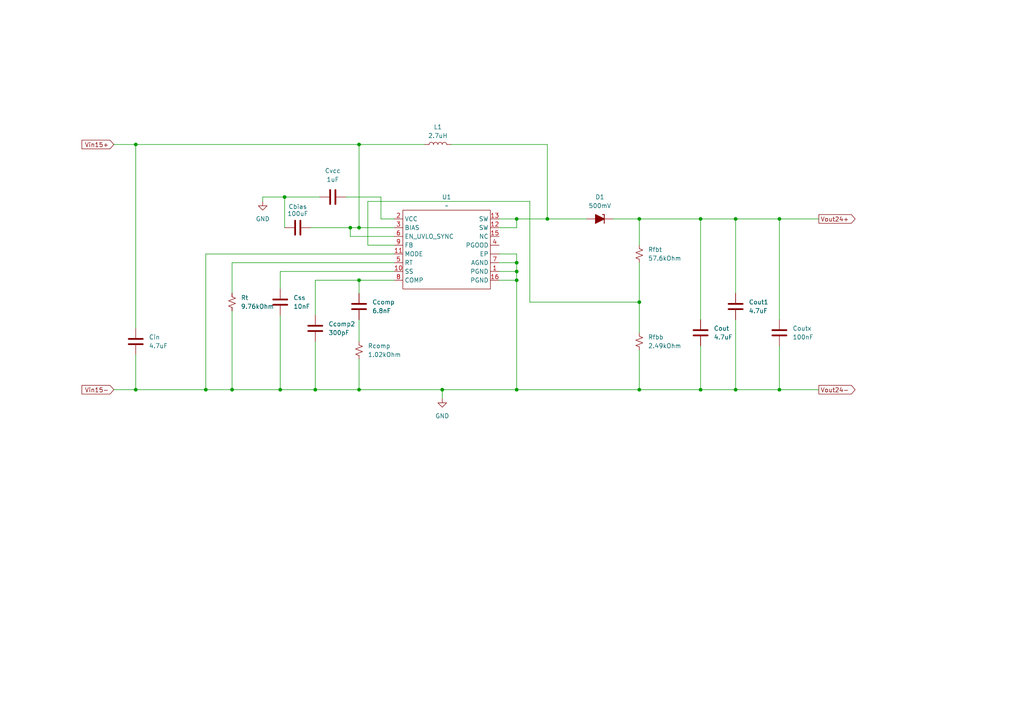
<source format=kicad_sch>
(kicad_sch (version 20250114) (generator "eeschema") (generator_version "9.0")
  (paper "A4")
  (lib_symbols
    (symbol "Actuator_2026_DC_Stepup:LM5157"
      (property "Reference" "U1" (at 6.35 6.35 0))
      (property "Value" "~" (at 6.35 3.81 0))
      (symbol "LM5157_0_1"
        (rectangle (start -6.35 2.54) (end 19.05 -20.32))
      )
      (symbol "LM5157_1_1"
        (pin input line (at -8.89 0 0) (length 2.54) (name "VCC") (number "2"))
        (pin input line (at -8.89 -2.54 0) (length 2.54) (name "BIAS") (number "3"))
        (pin input line (at -8.89 -5.08 0) (length 2.54) (name "EN_UVLO_SYNC") (number "6"))
        (pin input line (at -8.89 -7.62 0) (length 2.54) (name "FB") (number "9"))
        (pin input line (at -8.89 -10.16 0) (length 2.54) (name "MODE") (number "11"))
        (pin input line (at -8.89 -12.7 0) (length 2.54) (name "RT") (number "5"))
        (pin input line (at -8.89 -15.24 0) (length 2.54) (name "SS") (number "10"))
        (pin input line (at -8.89 -17.78 0) (length 2.54) (name "COMP") (number "8"))
        (pin input line (at 21.59 0 180) (length 2.54) (name "SW") (number "13"))
        (pin input line (at 21.59 -2.54 180) (length 2.54) (name "SW") (number "12"))
        (pin input line (at 21.59 -5.08 180) (length 2.54) (name "NC") (number "15"))
        (pin input line (at 21.59 -7.62 180) (length 2.54) (name "PGOOD") (number "4"))
        (pin input line (at 21.59 -10.16 180) (length 2.54) (name "EP") (number ""))
        (pin input line (at 21.59 -12.7 180) (length 2.54) (name "AGND") (number "7"))
        (pin input line (at 21.59 -15.24 180) (length 2.54) (name "PGND") (number "1"))
        (pin input line (at 21.59 -17.78 180) (length 2.54) (name "PGND") (number "16"))
      )
    )
    (symbol "Device:C" (pin_numbers (hide yes)) (pin_names (offset 0.254))
      (property "Reference" "C" (at 0.635 2.54 0))
      (property "Value" "C" (at 0.635 -2.54 0))
      (symbol "C_0_1"
        (polyline (pts (xy -2.032 0.762) (xy 2.032 0.762)) (stroke (width 0.508)))
        (polyline (pts (xy -2.032 -0.762) (xy 2.032 -0.762)) (stroke (width 0.508)))
      )
      (symbol "C_1_1"
        (pin passive line (at 0 3.81 270) (length 2.794) (name "~") (number "1"))
        (pin passive line (at 0 -3.81 90) (length 2.794) (name "~") (number "2"))
      )
    )
    (symbol "Device:L" (pin_numbers (hide yes)) (pin_names (offset 1.016) (hide yes))
      (property "Reference" "L" (at -1.27 0 90))
      (property "Value" "L" (at 1.905 0 90))
      (symbol "L_0_1"
        (arc (start 0 2.54) (mid 0.6323 1.905) (end 0 1.27))
        (arc (start 0 1.27) (mid 0.6323 0.635) (end 0 0))
        (arc (start 0 0) (mid 0.6323 -0.635) (end 0 -1.27))
        (arc (start 0 -1.27) (mid 0.6323 -1.905) (end 0 -2.54))
      )
      (symbol "L_1_1"
        (pin passive line (at 0 3.81 270) (length 1.27) (name "1") (number "1"))
        (pin passive line (at 0 -3.81 90) (length 1.27) (name "2") (number "2"))
      )
    )
    (symbol "Device:R_Small_US" (pin_numbers (hide yes)) (pin_names (offset 0.254) (hide yes))
      (property "Reference" "R" (at 0.762 0.508 0))
      (property "Value" "R_Small_US" (at 0.762 -1.016 0))
      (symbol "R_Small_US_1_1"
        (polyline (pts (xy 0 1.524) (xy 1.016 1.143) (xy 0 0.762) (xy -1.016 0.381) (xy 0 0)))
        (polyline (pts (xy 0 0) (xy 1.016 -0.381) (xy 0 -0.762) (xy -1.016 -1.143) (xy 0 -1.524)))
        (pin passive line (at 0 2.54 270) (length 1.016) (name "~") (number "1"))
        (pin passive line (at 0 -2.54 90) (length 1.016) (name "~") (number "2"))
      )
    )
    (symbol "PCM_Diode_Zener_AKL:D_Zener_Generic" (pin_numbers (hide yes)) (pin_names (offset 1.016) (hide yes))
      (property "Reference" "DZ" (at 0 7.62 0))
      (property "Value" "D_Zener_Generic" (at 0 5.08 0))
      (symbol "D_Zener_Generic_0_1"
        (polyline (pts (xy -1.27 0) (xy 1.27 0)))
        (polyline (pts (xy -1.27 -1.27) (xy -1.27 1.27) (xy 1.27 0) (xy -1.27 -1.27)) (stroke (width 0.254)) (fill (type outline)))
        (polyline (pts (xy 1.27 1.27) (xy 0.762 1.27)) (stroke (width 0.254)))
        (polyline (pts (xy 1.27 1.27) (xy 1.27 -1.27)) (stroke (width 0.254)))
      )
      (symbol "D_Zener_Generic_0_2"
        (polyline (pts (xy -2.54 -2.54) (xy 2.54 2.54)))
        (polyline (pts (xy -0.889 -0.889) (xy -1.778 0) (xy 0.889 0.889) (xy 0 -1.778) (xy -0.889 -0.889)) (stroke (width 0.254)) (fill (type outline)))
        (polyline (pts (xy 0 1.778) (xy -0.381 1.397)) (stroke (width 0.254)))
        (polyline (pts (xy 0 1.778) (xy 1.778 0)) (stroke (width 0.254)))
      )
      (symbol "D_Zener_Generic_1_1"
        (pin passive line (at -3.81 0 0) (length 2.54) (name "A") (number "2"))
        (pin passive line (at 3.81 0 180) (length 2.54) (name "K") (number "1"))
      )
      (symbol "D_Zener_Generic_1_2"
        (pin passive line (at -2.54 -2.54 0) (length 0) (name "A") (number "2"))
        (pin passive line (at 2.54 2.54 180) (length 0) (name "K") (number "1"))
      )
    )
    (symbol "power:GND" (power) (pin_numbers (hide yes)) (pin_names (offset 0) (hide yes))
      (property "Value" "GND" (at 0 -3.81 0))
      (symbol "GND_0_1"
        (polyline (pts (xy 0 0) (xy 0 -1.27) (xy 1.27 -1.27) (xy 0 -2.54) (xy -1.27 -1.27) (xy 0 -1.27)))
      )
      (symbol "GND_1_1"
        (pin power_in line (at 0 0 270) (length 0) (name "~") (number "1"))
      )
    )
  )
  (junction (at 185.42 113.03))
  (junction (at 185.42 63.5))
  (junction (at 39.37 113.03))
  (junction (at 213.36 63.5))
  (junction (at 128.27 113.03))
  (junction (at 149.86 81.28))
  (junction (at 39.37 41.91))
  (junction (at 158.75 63.5))
  (junction (at 104.14 41.91))
  (junction (at 149.86 63.5))
  (junction (at 104.14 66.04))
  (junction (at 81.28 113.03))
  (junction (at 185.42 87.63))
  (junction (at 101.6 66.04))
  (junction (at 226.06 63.5))
  (junction (at 213.36 113.03))
  (junction (at 82.55 57.15))
  (junction (at 104.14 113.03))
  (junction (at 149.86 76.2))
  (junction (at 59.69 113.03))
  (junction (at 104.14 81.28))
  (junction (at 91.44 113.03))
  (junction (at 67.31 113.03))
  (junction (at 149.86 78.74))
  (junction (at 226.06 113.03))
  (junction (at 149.86 113.03))
  (junction (at 203.2 63.5))
  (junction (at 203.2 113.03))
  (wire (pts (xy 144.78 63.5) (xy 149.86 63.5)))
  (wire (pts (xy 149.86 76.2) (xy 149.86 78.74)))
  (wire (pts (xy 149.86 81.28) (xy 149.86 113.03)))
  (wire (pts (xy 106.68 71.12) (xy 106.68 58.42)))
  (wire (pts (xy 185.42 101.6) (xy 185.42 113.03)))
  (wire (pts (xy 104.14 104.14) (xy 104.14 113.03)))
  (wire (pts (xy 101.6 66.04) (xy 104.14 66.04)))
  (wire (pts (xy 213.36 92.71) (xy 213.36 113.03)))
  (wire (pts (xy 144.78 81.28) (xy 149.86 81.28)))
  (wire (pts (xy 114.3 76.2) (xy 67.31 76.2)))
  (wire (pts (xy 144.78 76.2) (xy 149.86 76.2)))
  (wire (pts (xy 104.14 81.28) (xy 91.44 81.28)))
  (wire (pts (xy 114.3 68.58) (xy 101.6 68.58)))
  (wire (pts (xy 114.3 63.5) (xy 110.49 63.5)))
  (wire (pts (xy 203.2 100.33) (xy 203.2 113.03)))
  (wire (pts (xy 144.78 78.74) (xy 149.86 78.74)))
  (wire (pts (xy 82.55 66.04) (xy 82.55 57.15)))
  (wire (pts (xy 177.8 63.5) (xy 185.42 63.5)))
  (wire (pts (xy 226.06 92.71) (xy 226.06 63.5)))
  (wire (pts (xy 128.27 113.03) (xy 149.86 113.03)))
  (wire (pts (xy 67.31 90.17) (xy 67.31 113.03)))
  (wire (pts (xy 110.49 57.15) (xy 100.33 57.15)))
  (wire (pts (xy 158.75 63.5) (xy 170.18 63.5)))
  (wire (pts (xy 226.06 113.03) (xy 237.49 113.03)))
  (wire (pts (xy 226.06 100.33) (xy 226.06 113.03)))
  (wire (pts (xy 144.78 73.66) (xy 149.86 73.66)))
  (wire (pts (xy 59.69 73.66) (xy 59.69 113.03)))
  (wire (pts (xy 213.36 63.5) (xy 213.36 85.09)))
  (wire (pts (xy 106.68 58.42) (xy 153.67 58.42)))
  (wire (pts (xy 90.17 66.04) (xy 101.6 66.04)))
  (wire (pts (xy 114.3 73.66) (xy 59.69 73.66)))
  (wire (pts (xy 185.42 76.2) (xy 185.42 87.63)))
  (wire (pts (xy 130.81 41.91) (xy 158.75 41.91)))
  (wire (pts (xy 104.14 41.91) (xy 39.37 41.91)))
  (wire (pts (xy 185.42 63.5) (xy 185.42 71.12)))
  (wire (pts (xy 104.14 66.04) (xy 114.3 66.04)))
  (wire (pts (xy 67.31 76.2) (xy 67.31 85.09)))
  (wire (pts (xy 104.14 81.28) (xy 114.3 81.28)))
  (wire (pts (xy 123.19 41.91) (xy 104.14 41.91)))
  (wire (pts (xy 110.49 63.5) (xy 110.49 57.15)))
  (wire (pts (xy 203.2 63.5) (xy 213.36 63.5)))
  (wire (pts (xy 158.75 41.91) (xy 158.75 63.5)))
  (wire (pts (xy 39.37 113.03) (xy 59.69 113.03)))
  (wire (pts (xy 101.6 68.58) (xy 101.6 66.04)))
  (wire (pts (xy 114.3 71.12) (xy 106.68 71.12)))
  (wire (pts (xy 39.37 41.91) (xy 39.37 95.25)))
  (wire (pts (xy 104.14 113.03) (xy 128.27 113.03)))
  (wire (pts (xy 67.31 113.03) (xy 81.28 113.03)))
  (wire (pts (xy 213.36 113.03) (xy 226.06 113.03)))
  (wire (pts (xy 91.44 81.28) (xy 91.44 91.44)))
  (wire (pts (xy 81.28 91.44) (xy 81.28 113.03)))
  (wire (pts (xy 203.2 113.03) (xy 185.42 113.03)))
  (wire (pts (xy 81.28 113.03) (xy 91.44 113.03)))
  (wire (pts (xy 114.3 78.74) (xy 81.28 78.74)))
  (wire (pts (xy 104.14 85.09) (xy 104.14 81.28)))
  (wire (pts (xy 149.86 63.5) (xy 158.75 63.5)))
  (wire (pts (xy 104.14 41.91) (xy 104.14 66.04)))
  (wire (pts (xy 76.2 58.42) (xy 76.2 57.15)))
  (wire (pts (xy 149.86 66.04) (xy 149.86 63.5)))
  (wire (pts (xy 149.86 73.66) (xy 149.86 76.2)))
  (wire (pts (xy 144.78 66.04) (xy 149.86 66.04)))
  (wire (pts (xy 203.2 63.5) (xy 185.42 63.5)))
  (wire (pts (xy 203.2 92.71) (xy 203.2 63.5)))
  (wire (pts (xy 82.55 57.15) (xy 92.71 57.15)))
  (wire (pts (xy 185.42 87.63) (xy 185.42 96.52)))
  (wire (pts (xy 149.86 78.74) (xy 149.86 81.28)))
  (wire (pts (xy 91.44 113.03) (xy 104.14 113.03)))
  (wire (pts (xy 153.67 87.63) (xy 185.42 87.63)))
  (wire (pts (xy 226.06 63.5) (xy 237.49 63.5)))
  (wire (pts (xy 81.28 78.74) (xy 81.28 83.82)))
  (wire (pts (xy 39.37 102.87) (xy 39.37 113.03)))
  (wire (pts (xy 149.86 113.03) (xy 185.42 113.03)))
  (wire (pts (xy 91.44 99.06) (xy 91.44 113.03)))
  (wire (pts (xy 128.27 115.57) (xy 128.27 113.03)))
  (wire (pts (xy 33.02 113.03) (xy 39.37 113.03)))
  (wire (pts (xy 59.69 113.03) (xy 67.31 113.03)))
  (wire (pts (xy 153.67 58.42) (xy 153.67 87.63)))
  (wire (pts (xy 203.2 113.03) (xy 213.36 113.03)))
  (wire (pts (xy 76.2 57.15) (xy 82.55 57.15)))
  (wire (pts (xy 33.02 41.91) (xy 39.37 41.91)))
  (wire (pts (xy 104.14 92.71) (xy 104.14 99.06)))
  (wire (pts (xy 213.36 63.5) (xy 226.06 63.5)))
  (global_label "Vin15-" (shape input) (at 33.02 113.03 180) (property "Intersheetrefs" "${INTERSHEET_REFS}" (effects (hide yes))))
  (global_label "Vout24-" (shape output) (at 237.49 113.03 0) (property "Intersheetrefs" "${INTERSHEET_REFS}" (effects (hide yes))))
  (global_label "Vin15+" (shape input) (at 33.02 41.91 180) (property "Intersheetrefs" "${INTERSHEET_REFS}" (effects (hide yes))))
  (global_label "Vout24+" (shape output) (at 237.49 63.5 0) (property "Intersheetrefs" "${INTERSHEET_REFS}" (effects (hide yes))))
  (symbol (lib_id "Device:C") (at 81.28 87.63 0) (unit 1)
    (property "Reference" "Css" (at 85.09 86.3599 0) (effects (justify left)))
    (property "Value" "10nF" (at 85.09 88.8999 0) (effects (justify left)))
    (property "Description" "Unpolarized capacitor" (effects (hide yes)))
  )
  (symbol (lib_id "Device:C") (at 104.14 88.9 0) (unit 1)
    (property "Reference" "Ccomp" (at 107.95 87.6299 0) (effects (justify left)))
    (property "Value" "6.8nF" (at 107.95 90.1699 0) (effects (justify left)))
    (property "Description" "Unpolarized capacitor" (effects (hide yes)))
  )
  (symbol (lib_id "Device:R_Small_US") (at 104.14 101.6 0) (unit 1)
    (property "Reference" "Rcomp" (at 106.68 100.3299 0) (effects (justify left)))
    (property "Value" "1.02kOhm" (at 106.68 102.8699 0) (effects (justify left)))
    (property "Description" "Resistor, small US symbol" (effects (hide yes)))
  )
  (symbol (lib_id "power:GND") (at 128.27 115.57 0) (unit 1)
    (property "Reference" "#PWR01" (effects (hide yes)))
    (property "Value" "GND" (at 128.27 120.65 0))
    (property "Description" "Power symbol creates a global label with name \"GND\" , ground" (effects (hide yes)))
  )
  (symbol (lib_id "PCM_Diode_Zener_AKL:D_Zener_Generic") (at 173.99 63.5 0) (unit 1)
    (property "Reference" "D1" (at 173.99 57.15 0))
    (property "Value" "500mV" (at 173.99 59.69 0))
    (property "Description" "Zener diode, generic symbol, Alternate KiCAD Library" (effects (hide yes)))
  )
  (symbol (lib_id "Device:C") (at 96.52 57.15 90) (unit 1)
    (property "Reference" "Cvcc" (at 96.52 49.53 90))
    (property "Value" "1uF" (at 96.52 52.07 90))
    (property "Description" "Unpolarized capacitor" (effects (hide yes)))
  )
  (symbol (lib_id "Device:R_Small_US") (at 67.31 87.63 0) (unit 1)
    (property "Reference" "Rt" (at 69.85 86.3599 0) (effects (justify left)))
    (property "Value" "9.76kOhm" (at 69.85 88.8999 0) (effects (justify left)))
    (property "Description" "Resistor, small US symbol" (effects (hide yes)))
  )
  (symbol (lib_id "Device:C") (at 203.2 96.52 0) (unit 1)
    (property "Reference" "Cout" (at 207.01 95.2499 0) (effects (justify left)))
    (property "Value" "4.7uF" (at 207.01 97.7899 0) (effects (justify left)))
    (property "Description" "Unpolarized capacitor" (effects (hide yes)))
  )
  (symbol (lib_id "Device:L") (at 127 41.91 90) (unit 1)
    (property "Reference" "L1" (at 127 36.83 90))
    (property "Value" "2.7uH" (at 127 39.37 90))
    (property "Description" "Inductor" (effects (hide yes)))
  )
  (symbol (lib_id "Device:C") (at 91.44 95.25 0) (unit 1)
    (property "Reference" "Ccomp2" (at 95.25 93.9799 0) (effects (justify left)))
    (property "Value" "300pF" (at 95.25 96.5199 0) (effects (justify left)))
    (property "Description" "Unpolarized capacitor" (effects (hide yes)))
  )
  (symbol (lib_id "Device:C") (at 213.36 88.9 0) (unit 1)
    (property "Reference" "Cout1" (at 217.17 87.6299 0) (effects (justify left)))
    (property "Value" "4.7uF" (at 217.17 90.1699 0) (effects (justify left)))
    (property "Description" "Unpolarized capacitor" (effects (hide yes)))
  )
  (symbol (lib_id "Device:R_Small_US") (at 185.42 99.06 0) (unit 1)
    (property "Reference" "Rfbb" (at 187.96 97.7899 0) (effects (justify left)))
    (property "Value" "2.49kOhm" (at 187.96 100.3299 0) (effects (justify left)))
    (property "Description" "Resistor, small US symbol" (effects (hide yes)))
  )
  (symbol (lib_id "Actuator_2026_DC_Stepup:LM5157") (at 123.19 63.5 0) (unit 1)
    (property "Reference" "U1" (at 129.54 57.15 0))
    (property "Value" "~" (at 129.54 59.69 0))
  )
  (symbol (lib_id "power:GND") (at 76.2 58.42 0) (unit 1)
    (property "Reference" "#PWR02" (effects (hide yes)))
    (property "Value" "GND" (at 76.2 63.5 0))
    (property "Description" "Power symbol creates a global label with name \"GND\" , ground" (effects (hide yes)))
  )
  (symbol (lib_id "Device:R_Small_US") (at 185.42 73.66 0) (unit 1)
    (property "Reference" "Rfbt" (at 187.96 72.3899 0) (effects (justify left)))
    (property "Value" "57.6kOhm" (at 187.96 74.9299 0) (effects (justify left)))
    (property "Description" "Resistor, small US symbol" (effects (hide yes)))
  )
  (symbol (lib_id "Device:C") (at 39.37 99.06 0) (unit 1)
    (property "Reference" "Cin" (at 43.18 97.7899 0) (effects (justify left)))
    (property "Value" "4.7uF" (at 43.18 100.3299 0) (effects (justify left)))
    (property "Description" "Unpolarized capacitor" (effects (hide yes)))
  )
  (symbol (lib_id "Device:C") (at 226.06 96.52 0) (unit 1)
    (property "Reference" "Coutx" (at 229.87 95.2499 0) (effects (justify left)))
    (property "Value" "100nF" (at 229.87 97.7899 0) (effects (justify left)))
    (property "Description" "Unpolarized capacitor" (effects (hide yes)))
  )
  (symbol (lib_id "Device:C") (at 86.36 66.04 90) (unit 1)
    (property "Reference" "Cbias" (at 86.36 59.944 90))
    (property "Value" "100uF" (at 86.36 61.976 90))
    (property "Description" "Unpolarized capacitor" (effects (hide yes)))
  )
)
</source>
